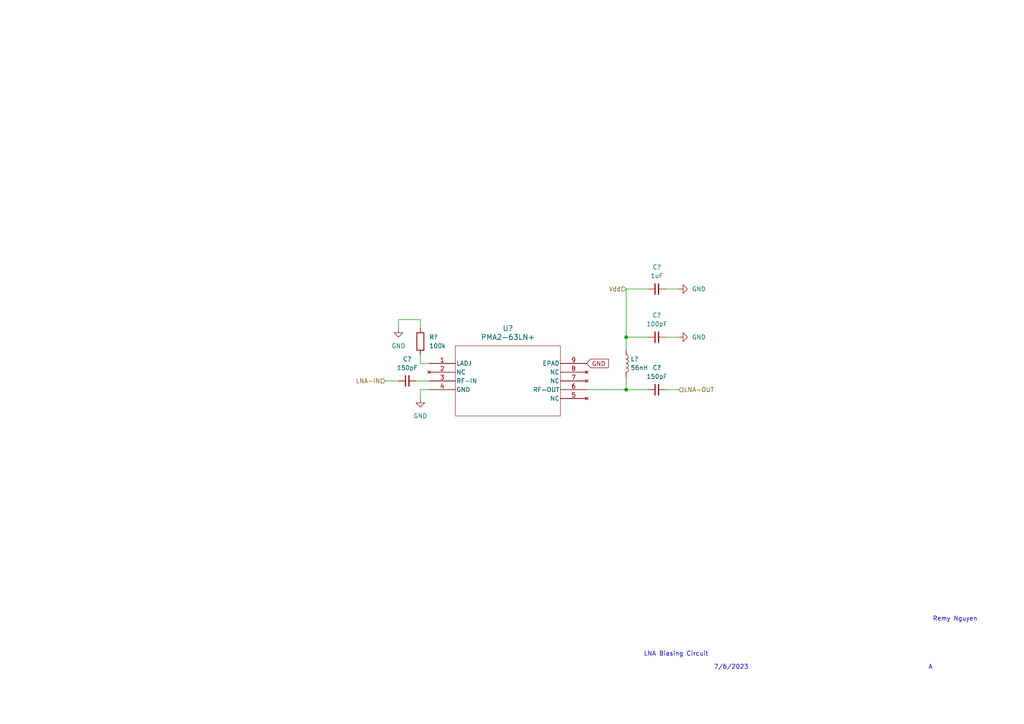
<source format=kicad_sch>
(kicad_sch (version 20230121) (generator eeschema)
  (paper "A4")
  (lib_symbols
    (symbol "Device:C_Small" (pin_numbers hide) (pin_names (offset 0.254) hide)
      (property "Reference" "C" (at 0.254 1.778 0))
      (property "Value" "C_Small" (at 0.254 -2.032 0))
      (symbol "C_Small_0_1"
        (polyline (pts (xy -1.524 -0.508) (xy 1.524 -0.508)) (stroke (width 0.3302)))
        (polyline (pts (xy -1.524 0.508) (xy 1.524 0.508)) (stroke (width 0.3048)))
      )
      (symbol "C_Small_1_1"
        (pin passive line (at 0 2.54 270) (length 2.032) (name "~") (number "1"))
        (pin passive line (at 0 -2.54 90) (length 2.032) (name "~") (number "2"))
      )
    )
    (symbol "Device:L" (pin_numbers hide) (pin_names (offset 1.016) hide)
      (property "Reference" "L" (at -1.27 0 90))
      (property "Value" "L" (at 1.905 0 90))
      (symbol "L_0_1"
        (arc (start 0 -2.54) (mid 0.6323 -1.905) (end 0 -1.27))
        (arc (start 0 -1.27) (mid 0.6323 -0.635) (end 0 0))
        (arc (start 0 0) (mid 0.6323 0.635) (end 0 1.27))
        (arc (start 0 1.27) (mid 0.6323 1.905) (end 0 2.54))
      )
      (symbol "L_1_1"
        (pin passive line (at 0 3.81 270) (length 1.27) (name "1") (number "1"))
        (pin passive line (at 0 -3.81 90) (length 1.27) (name "2") (number "2"))
      )
    )
    (symbol "Device:R" (pin_numbers hide) (pin_names (offset 0))
      (property "Reference" "R" (at 2.032 0 90))
      (property "Value" "R" (at 0 0 90))
      (symbol "R_0_1"
        (rectangle (start -1.016 -2.54) (end 1.016 2.54) (stroke (width 0.254)))
      )
      (symbol "R_1_1"
        (pin passive line (at 0 3.81 270) (length 1.27) (name "~") (number "1"))
        (pin passive line (at 0 -3.81 90) (length 1.27) (name "~") (number "2"))
      )
    )
    (symbol "PMA2-63LN+_1" (pin_names (offset 0.254))
      (property "Reference" "U" (at 22.86 10.16 0))
      (property "Value" "PMA2-63LN+" (at 22.86 7.62 0))
      (symbol "PMA2-63LN+_1_0_1"
        (polyline (pts (xy 7.62 -15.24) (xy 38.1 -15.24)) (stroke (width 0.127)))
        (polyline (pts (xy 7.62 5.08) (xy 7.62 -15.24)) (stroke (width 0.127)))
        (polyline (pts (xy 38.1 -15.24) (xy 38.1 5.08)) (stroke (width 0.127)))
        (polyline (pts (xy 38.1 5.08) (xy 7.62 5.08)) (stroke (width 0.127)))
        (pin bidirectional line (at 0 0 0) (length 7.62) (name "LADJ") (number "1"))
        (pin no_connect line (at 0 -2.54 0) (length 7.62) (name "NC") (number "2"))
        (pin input line (at 0 -5.08 0) (length 7.62) (name "RF-IN") (number "3"))
        (pin no_connect line (at 45.72 -10.16 180) (length 7.62) (name "NC") (number "5"))
        (pin output line (at 45.72 -7.62 180) (length 7.62) (name "RF-OUT") (number "6"))
        (pin no_connect line (at 45.72 -5.08 180) (length 7.62) (name "NC") (number "7"))
        (pin no_connect line (at 45.72 -2.54 180) (length 7.62) (name "NC") (number "8"))
      )
      (symbol "PMA2-63LN+_1_1_1"
        (pin power_in line (at 0 -7.62 0) (length 7.62) (name "GND") (number "4"))
        (pin power_in line (at 45.72 0 180) (length 7.62) (name "EPAD") (number "9"))
      )
    )
    (symbol "power:GND" (power) (pin_names (offset 0))
      (property "Value" "GND" (at 0 -3.81 0))
      (symbol "GND_0_1"
        (polyline (pts (xy 0 0) (xy 0 -1.27) (xy 1.27 -1.27) (xy 0 -2.54) (xy -1.27 -1.27) (xy 0 -1.27)))
      )
      (symbol "GND_1_1"
        (pin power_in line (at 0 0 270) (length 0) hide (name "GND") (number "1"))
      )
    )
  )
  (junction (at 181.61 97.79))
  (junction (at 181.61 113.03))
  (wire (pts (xy 193.04 83.82) (xy 196.85 83.82)))
  (wire (pts (xy 115.57 92.71) (xy 115.57 95.25)))
  (wire (pts (xy 111.76 110.49) (xy 115.57 110.49)))
  (wire (pts (xy 181.61 83.82) (xy 181.61 97.79)))
  (wire (pts (xy 120.65 110.49) (xy 124.46 110.49)))
  (wire (pts (xy 181.61 97.79) (xy 181.61 101.6)))
  (wire (pts (xy 170.18 113.03) (xy 181.61 113.03)))
  (wire (pts (xy 121.92 95.25) (xy 121.92 92.71)))
  (wire (pts (xy 124.46 105.41) (xy 121.92 105.41)))
  (wire (pts (xy 187.96 97.79) (xy 181.61 97.79)))
  (wire (pts (xy 124.46 113.03) (xy 121.92 113.03)))
  (wire (pts (xy 181.61 109.22) (xy 181.61 113.03)))
  (wire (pts (xy 187.96 83.82) (xy 181.61 83.82)))
  (wire (pts (xy 181.61 113.03) (xy 187.96 113.03)))
  (wire (pts (xy 193.04 97.79) (xy 196.85 97.79)))
  (wire (pts (xy 121.92 92.71) (xy 115.57 92.71)))
  (wire (pts (xy 121.92 105.41) (xy 121.92 102.87)))
  (wire (pts (xy 121.92 113.03) (xy 121.92 115.57)))
  (wire (pts (xy 193.04 113.03) (xy 196.85 113.03)))
  (text "Remy Nguyen" (at 270.51 180.34 0) (effects (font (size 1.27 1.27)) (justify left bottom)))
  (text "A" (at 269.24 194.31 0) (effects (font (size 1.27 1.27)) (justify left bottom)))
  (text "7/6/2023" (at 207.01 194.31 0) (effects (font (size 1.27 1.27)) (justify left bottom)))
  (text "LNA Biasing Circuit" (at 186.69 190.5 0) (effects (font (size 1.27 1.27)) (justify left bottom)))
  (global_label "GND" (shape input) (at 170.18 105.41 0) (property "Intersheetrefs" "${INTERSHEET_REFS}" (effects hide)))
  (hierarchical_label "LNA-OUT" (shape input) (at 196.85 113.03 0))
  (hierarchical_label "LNA-IN" (shape input) (at 111.76 110.49 180))
  (hierarchical_label "Vdd" (shape input) (at 181.61 83.82 180))
  (symbol (lib_id "power:GND") (at 196.85 97.79 90) (unit 1)
    (property "Reference" "#PWR?" (effects hide))
    (property "Value" "GND" (at 200.66 97.79 90) (effects (justify right)))
    (instances (project "002.35.20.15.20-001-PCB-LNA" (path "" (reference "#PWR?") (unit 1)) (path "" (reference "#PWR016") (unit 1)) (path "" (reference "#PWR08") (unit 1))))
  )
  (symbol (lib_id "Device:C_Small") (at 190.5 83.82 90) (unit 1)
    (property "Reference" "C?" (at 190.5063 77.47 90))
    (property "Value" "1uF" (at 190.5063 80.01 90))
    (property "Footprint" "Capacitor_SMD:C_0402_1005Metric" (effects hide))
    (instances (project "002.35.20.15.20-001-PCB-LNA" (path "" (reference "C?") (unit 1)) (path "" (reference "C2") (unit 1)) (path "" (reference "C6") (unit 1))))
  )
  (symbol (lib_id "Device:L") (at 181.61 105.41 0) (unit 1)
    (property "Reference" "L?" (at 182.88 104.14 0) (effects (justify left)))
    (property "Value" "56nH" (at 182.88 106.68 0) (effects (justify left)))
    (property "Footprint" "Inductor_SMD:L_0402_1005Metric" (effects hide))
    (instances (project "002.35.20.15.20-001-PCB-LNA" (path "" (reference "L?") (unit 1)) (path "" (reference "L1") (unit 1)) (path "" (reference "L2") (unit 1))))
  )
  (symbol (lib_id "Device:C_Small") (at 190.5 97.79 90) (unit 1)
    (property "Reference" "C?" (at 190.5063 91.44 90))
    (property "Value" "100pF" (at 190.5063 93.98 90))
    (property "Footprint" "Capacitor_SMD:C_0402_1005Metric" (effects hide))
    (instances (project "002.35.20.15.20-001-PCB-LNA" (path "" (reference "C?") (unit 1)) (path "" (reference "C3") (unit 1)) (path "" (reference "C7") (unit 1))))
  )
  (symbol (lib_name "PMA2-63LN+_1") (lib_id "PMA2-63LN+:PMA2-63LN+") (at 124.46 105.41 0) (unit 1)
    (property "Reference" "U?" (at 147.32 95.25 0) (effects (font (size 1.524 1.524))))
    (property "Value" "PMA2-63LN+" (at 147.32 97.79 0) (effects (font (size 1.524 1.524))))
    (property "Footprint" "Imports:SON8_PMA2_MNC" (effects hide))
    (property "Datasheet" "PMA2-63LN+" (effects hide))
    (instances (project "002.35.20.15.20-001-PCB-LNA" (path "" (reference "U?") (unit 1)) (path "" (reference "U1") (unit 1)) (path "" (reference "U2") (unit 1))))
  )
  (symbol (lib_id "Device:C_Small") (at 190.5 113.03 90) (unit 1)
    (property "Reference" "C?" (at 190.5063 106.68 90))
    (property "Value" "150pF" (at 190.5063 109.22 90))
    (property "Footprint" "Capacitor_SMD:C_0402_1005Metric" (effects hide))
    (instances (project "002.35.20.15.20-001-PCB-LNA" (path "" (reference "C?") (unit 1)) (path "" (reference "C4") (unit 1)) (path "" (reference "C8") (unit 1))))
  )
  (symbol (lib_id "power:GND") (at 115.57 95.25 0) (unit 1)
    (property "Reference" "#PWR?" (effects hide))
    (property "Value" "GND" (at 115.57 100.33 0))
    (instances (project "002.35.20.15.20-001-PCB-LNA" (path "" (reference "#PWR?") (unit 1)) (path "" (reference "#PWR01") (unit 1)) (path "" (reference "#PWR02") (unit 1))))
  )
  (symbol (lib_id "Device:C_Small") (at 118.11 110.49 90) (unit 1)
    (property "Reference" "C?" (at 118.1163 104.14 90))
    (property "Value" "150pF" (at 118.1163 106.68 90))
    (property "Footprint" "Capacitor_SMD:C_0402_1005Metric" (effects hide))
    (instances (project "002.35.20.15.20-001-PCB-LNA" (path "" (reference "C?") (unit 1)) (path "" (reference "C1") (unit 1)) (path "" (reference "C5") (unit 1))))
  )
  (symbol (lib_id "Device:R") (at 121.92 99.06 0) (unit 1)
    (property "Reference" "R?" (at 124.46 97.79 0) (effects (justify left)))
    (property "Value" "100k" (at 124.46 100.33 0) (effects (justify left)))
    (property "Footprint" "Resistor_SMD:R_0402_1005Metric" (effects hide))
    (instances (project "002.35.20.15.20-001-PCB-LNA" (path "" (reference "R?") (unit 1)) (path "" (reference "R1") (unit 1)) (path "" (reference "R2") (unit 1))))
  )
  (symbol (lib_id "power:GND") (at 196.85 83.82 90) (unit 1)
    (property "Reference" "#PWR?" (effects hide))
    (property "Value" "GND" (at 200.66 83.82 90) (effects (justify right)))
    (instances (project "002.35.20.15.20-001-PCB-LNA" (path "" (reference "#PWR?") (unit 1)) (path "" (reference "#PWR06") (unit 1)) (path "" (reference "#PWR07") (unit 1))))
  )
  (symbol (lib_id "power:GND") (at 121.92 115.57 0) (unit 1)
    (property "Reference" "#PWR?" (effects hide))
    (property "Value" "GND" (at 121.92 120.65 0))
    (instances (project "002.35.20.15.20-001-PCB-LNA" (path "" (reference "#PWR?") (unit 1)) (path "" (reference "#PWR05") (unit 1)) (path "" (reference "#PWR03") (unit 1))))
  )
)
</source>
